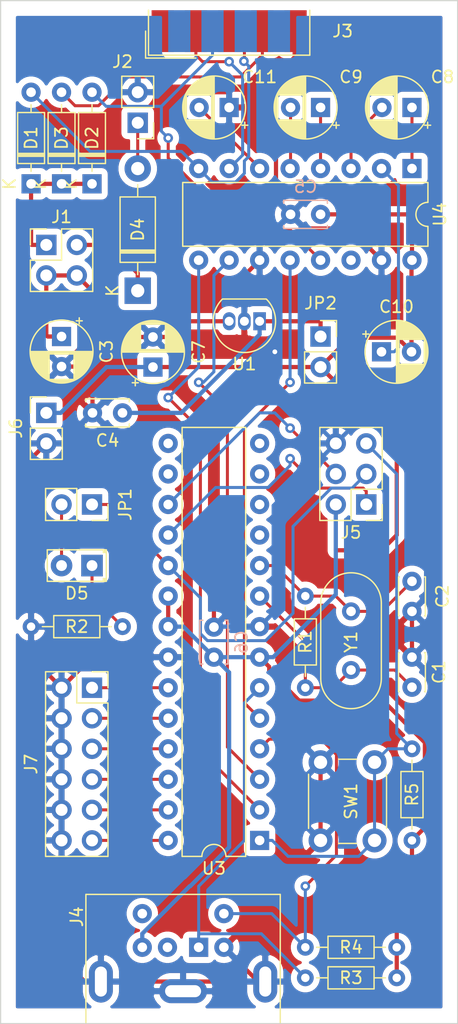
<source format=kicad_pcb>
(kicad_pcb (version 20171130) (host pcbnew 5.1.5+dfsg1-2)
  (layers (0 F.Cu signal hide) (31 B.Cu signal hide) (34 B.Paste user) (35 F.Paste user) (36 B.SilkS user) (37 F.SilkS user) (38 B.Mask user) (39 F.Mask user) (44 Edge.Cuts user))
  (net 0 "")
  (net 1 /XTAL1)
  (net 2 GND)
  (net 3 /XTAL2)
  (net 4 +12V)
  (net 5 "Net-(C4-Pad1)")
  (net 6 VCC)
  (net 7 "Net-(C8-Pad2)")
  (net 8 "Net-(C8-Pad1)")
  (net 9 "Net-(C9-Pad2)")
  (net 10 "Net-(C9-Pad1)")
  (net 11 "Net-(C10-Pad1)")
  (net 12 "Net-(C11-Pad2)")
  (net 13 /RS232-TX)
  (net 14 "Net-(D1-Pad1)")
  (net 15 /RS232-RTS)
  (net 16 /RS232-DTR)
  (net 17 "Net-(D4-Pad2)")
  (net 18 "Net-(D4-Pad1)")
  (net 19 "Net-(D5-Pad2)")
  (net 20 "Net-(D5-Pad1)")
  (net 21 /RS232-RX)
  (net 22 /PS2-CLOCK)
  (net 23 /PS2-DATA)
  (net 24 /RESET)
  (net 25 /MOSI)
  (net 26 /SCK)
  (net 27 /MISO)
  (net 28 "Net-(J7-Pad5)")
  (net 29 "Net-(J7-Pad3)")
  (net 30 "Net-(J7-Pad1)")
  (net 31 /TTL-CTS)
  (net 32 /TTL-TX)
  (net 33 /TTL-RX)
  (net 34 "Net-(J7-Pad11)")
  (net 35 "Net-(J7-Pad9)")
  (net 36 "Net-(J7-Pad7)")
  (module Connector_PinSocket_2.54mm:PinSocket_2x06_P2.54mm_Vertical (layer F.Cu) (at 182.88 121.92)
    (fp_text reference J7 (at -5.08 6.35 90) (layer F.SilkS))
    (fp_text value Extra)
    (pad 12 thru_hole oval (at -2.54 12.7) (size 1.7 1.7) (drill 1) (layers *.Cu *.Mask) (net 2 GND))
    (pad 11 thru_hole oval (at 0 12.7) (size 1.7 1.7) (drill 1) (layers *.Cu *.Mask) (net 34 "Net-(J7-Pad11)"))
    (pad 10 thru_hole oval (at -2.54 10.16) (size 1.7 1.7) (drill 1) (layers *.Cu *.Mask) (net 2 GND))
    (pad 9 thru_hole oval (at 0 10.16) (size 1.7 1.7) (drill 1) (layers *.Cu *.Mask) (net 35 "Net-(J7-Pad9)"))
    (pad 8 thru_hole oval (at -2.54 7.62) (size 1.7 1.7) (drill 1) (layers *.Cu *.Mask) (net 2 GND))
    (pad 7 thru_hole oval (at 0 7.62) (size 1.7 1.7) (drill 1) (layers *.Cu *.Mask) (net 36 "Net-(J7-Pad7)"))
    (pad 6 thru_hole oval (at -2.54 5.08) (size 1.7 1.7) (drill 1) (layers *.Cu *.Mask) (net 2 GND))
    (pad 5 thru_hole oval (at 0 5.08) (size 1.7 1.7) (drill 1) (layers *.Cu *.Mask) (net 28 "Net-(J7-Pad5)"))
    (pad 4 thru_hole oval (at -2.54 2.54) (size 1.7 1.7) (drill 1) (layers *.Cu *.Mask) (net 2 GND))
    (pad 3 thru_hole oval (at 0 2.54) (size 1.7 1.7) (drill 1) (layers *.Cu *.Mask) (net 29 "Net-(J7-Pad3)"))
    (pad 2 thru_hole oval (at -2.54 0) (size 1.7 1.7) (drill 1) (layers *.Cu *.Mask) (net 2 GND))
    (pad 1 thru_hole rect (at 0 0) (size 1.7 1.7) (drill 1) (layers *.Cu *.Mask) (net 30 "Net-(J7-Pad1)"))
  )
  (module Crystal:Crystal_HC49-U_Vertical (layer F.Cu) (at 204.47 115.57 270)
    (fp_text reference Y1 (at 2.54 0 90) (layer F.SilkS))
    (fp_text value 8.0Mhz)
    (pad 2 thru_hole circle (at 4.88 0 270) (size 1.5 1.5) (drill 0.8) (layers *.Cu *.Mask) (net 1 /XTAL1))
    (pad 1 thru_hole circle (at 0 0 270) (size 1.5 1.5) (drill 0.8) (layers *.Cu *.Mask) (net 3 /XTAL2))
  )
  (module Package_DIP:DIP-16_W7.62mm (layer F.Cu) (at 209.55 78.74 270)
    (fp_text reference U4 (at 3.81 -2.33 90) (layer F.SilkS))
    (fp_text value MAX232)
    (pad 16 thru_hole oval (at 7.62 0 270) (size 1.6 1.6) (drill 0.8) (layers *.Cu *.Mask) (net 6 VCC))
    (pad 8 thru_hole oval (at 0 17.78 270) (size 1.6 1.6) (drill 0.8) (layers *.Cu *.Mask) (net 13 /RS232-TX))
    (pad 15 thru_hole oval (at 7.62 2.54 270) (size 1.6 1.6) (drill 0.8) (layers *.Cu *.Mask) (net 2 GND))
    (pad 7 thru_hole oval (at 0 15.24 270) (size 1.6 1.6) (drill 0.8) (layers *.Cu *.Mask) (net 21 /RS232-RX))
    (pad 14 thru_hole oval (at 7.62 5.08 270) (size 1.6 1.6) (drill 0.8) (layers *.Cu *.Mask))
    (pad 6 thru_hole oval (at 0 12.7 270) (size 1.6 1.6) (drill 0.8) (layers *.Cu *.Mask) (net 12 "Net-(C11-Pad2)"))
    (pad 13 thru_hole oval (at 7.62 7.62 270) (size 1.6 1.6) (drill 0.8) (layers *.Cu *.Mask) (net 15 /RS232-RTS))
    (pad 5 thru_hole oval (at 0 10.16 270) (size 1.6 1.6) (drill 0.8) (layers *.Cu *.Mask) (net 9 "Net-(C9-Pad2)"))
    (pad 12 thru_hole oval (at 7.62 10.16 270) (size 1.6 1.6) (drill 0.8) (layers *.Cu *.Mask) (net 31 /TTL-CTS))
    (pad 4 thru_hole oval (at 0 7.62 270) (size 1.6 1.6) (drill 0.8) (layers *.Cu *.Mask) (net 10 "Net-(C9-Pad1)"))
    (pad 11 thru_hole oval (at 7.62 12.7 270) (size 1.6 1.6) (drill 0.8) (layers *.Cu *.Mask) (net 2 GND))
    (pad 3 thru_hole oval (at 0 5.08 270) (size 1.6 1.6) (drill 0.8) (layers *.Cu *.Mask) (net 7 "Net-(C8-Pad2)"))
    (pad 10 thru_hole oval (at 7.62 15.24 270) (size 1.6 1.6) (drill 0.8) (layers *.Cu *.Mask) (net 32 /TTL-TX))
    (pad 2 thru_hole oval (at 0 2.54 270) (size 1.6 1.6) (drill 0.8) (layers *.Cu *.Mask) (net 11 "Net-(C10-Pad1)"))
    (pad 9 thru_hole oval (at 7.62 17.78 270) (size 1.6 1.6) (drill 0.8) (layers *.Cu *.Mask) (net 33 /TTL-RX))
    (pad 1 thru_hole rect (at 0 0 270) (size 1.6 1.6) (drill 0.8) (layers *.Cu *.Mask) (net 8 "Net-(C8-Pad1)"))
  )
  (module Package_DIP:DIP-28_W7.62mm (layer F.Cu) (at 196.85 134.62 180)
    (fp_text reference U3 (at 3.81 -2.33) (layer F.SilkS))
    (fp_text value ATmega328P-PU)
    (pad 28 thru_hole oval (at 7.62 0 180) (size 1.6 1.6) (drill 0.8) (layers *.Cu *.Mask) (net 34 "Net-(J7-Pad11)"))
    (pad 14 thru_hole oval (at 0 33.02 180) (size 1.6 1.6) (drill 0.8) (layers *.Cu *.Mask))
    (pad 27 thru_hole oval (at 7.62 2.54 180) (size 1.6 1.6) (drill 0.8) (layers *.Cu *.Mask) (net 35 "Net-(J7-Pad9)"))
    (pad 13 thru_hole oval (at 0 30.48 180) (size 1.6 1.6) (drill 0.8) (layers *.Cu *.Mask))
    (pad 26 thru_hole oval (at 7.62 5.08 180) (size 1.6 1.6) (drill 0.8) (layers *.Cu *.Mask) (net 36 "Net-(J7-Pad7)"))
    (pad 12 thru_hole oval (at 0 27.94 180) (size 1.6 1.6) (drill 0.8) (layers *.Cu *.Mask))
    (pad 25 thru_hole oval (at 7.62 7.62 180) (size 1.6 1.6) (drill 0.8) (layers *.Cu *.Mask) (net 28 "Net-(J7-Pad5)"))
    (pad 11 thru_hole oval (at 0 25.4 180) (size 1.6 1.6) (drill 0.8) (layers *.Cu *.Mask))
    (pad 24 thru_hole oval (at 7.62 10.16 180) (size 1.6 1.6) (drill 0.8) (layers *.Cu *.Mask) (net 29 "Net-(J7-Pad3)"))
    (pad 10 thru_hole oval (at 0 22.86 180) (size 1.6 1.6) (drill 0.8) (layers *.Cu *.Mask) (net 3 /XTAL2))
    (pad 23 thru_hole oval (at 7.62 12.7 180) (size 1.6 1.6) (drill 0.8) (layers *.Cu *.Mask) (net 30 "Net-(J7-Pad1)"))
    (pad 9 thru_hole oval (at 0 20.32 180) (size 1.6 1.6) (drill 0.8) (layers *.Cu *.Mask) (net 1 /XTAL1))
    (pad 22 thru_hole oval (at 7.62 15.24 180) (size 1.6 1.6) (drill 0.8) (layers *.Cu *.Mask) (net 2 GND))
    (pad 8 thru_hole oval (at 0 17.78 180) (size 1.6 1.6) (drill 0.8) (layers *.Cu *.Mask) (net 2 GND))
    (pad 21 thru_hole oval (at 7.62 17.78 180) (size 1.6 1.6) (drill 0.8) (layers *.Cu *.Mask) (net 6 VCC))
    (pad 7 thru_hole oval (at 0 15.24 180) (size 1.6 1.6) (drill 0.8) (layers *.Cu *.Mask) (net 6 VCC))
    (pad 20 thru_hole oval (at 7.62 20.32 180) (size 1.6 1.6) (drill 0.8) (layers *.Cu *.Mask) (net 6 VCC))
    (pad 6 thru_hole oval (at 0 12.7 180) (size 1.6 1.6) (drill 0.8) (layers *.Cu *.Mask) (net 23 /PS2-DATA))
    (pad 19 thru_hole oval (at 7.62 22.86 180) (size 1.6 1.6) (drill 0.8) (layers *.Cu *.Mask) (net 26 /SCK))
    (pad 5 thru_hole oval (at 0 10.16 180) (size 1.6 1.6) (drill 0.8) (layers *.Cu *.Mask) (net 31 /TTL-CTS))
    (pad 18 thru_hole oval (at 7.62 25.4 180) (size 1.6 1.6) (drill 0.8) (layers *.Cu *.Mask) (net 27 /MISO))
    (pad 4 thru_hole oval (at 0 7.62 180) (size 1.6 1.6) (drill 0.8) (layers *.Cu *.Mask) (net 22 /PS2-CLOCK))
    (pad 17 thru_hole oval (at 7.62 27.94 180) (size 1.6 1.6) (drill 0.8) (layers *.Cu *.Mask) (net 25 /MOSI))
    (pad 3 thru_hole oval (at 0 5.08 180) (size 1.6 1.6) (drill 0.8) (layers *.Cu *.Mask) (net 32 /TTL-TX))
    (pad 16 thru_hole oval (at 7.62 30.48 180) (size 1.6 1.6) (drill 0.8) (layers *.Cu *.Mask))
    (pad 2 thru_hole oval (at 0 2.54 180) (size 1.6 1.6) (drill 0.8) (layers *.Cu *.Mask) (net 33 /TTL-RX))
    (pad 15 thru_hole oval (at 7.62 33.02 180) (size 1.6 1.6) (drill 0.8) (layers *.Cu *.Mask))
    (pad 1 thru_hole rect (at 0 0 180) (size 1.6 1.6) (drill 0.8) (layers *.Cu *.Mask) (net 24 /RESET))
  )
  (module Package_TO_SOT_THT:TO-92_Inline (layer F.Cu) (at 196.85 91.44 180)
    (fp_text reference U1 (at 1.27 -3.56) (layer F.SilkS))
    (fp_text value L78L05_TO92)
    (pad 1 thru_hole rect (at 0 0 180) (size 1.05 1.5) (drill 0.75) (layers *.Cu *.Mask) (net 5 "Net-(C4-Pad1)"))
    (pad 3 thru_hole oval (at 2.54 0 180) (size 1.05 1.5) (drill 0.75) (layers *.Cu *.Mask) (net 4 +12V))
    (pad 2 thru_hole oval (at 1.27 0 180) (size 1.05 1.5) (drill 0.75) (layers *.Cu *.Mask) (net 2 GND))
  )
  (module Button_Switch_THT:SW_PUSH_6mm (layer F.Cu) (at 201.93 134.62 90)
    (fp_text reference SW1 (at 3.25 2.54 90) (layer F.SilkS))
    (fp_text value Reset)
    (pad 1 thru_hole circle (at 6.5 0 180) (size 2 2) (drill 1.1) (layers *.Cu *.Mask) (net 2 GND))
    (pad 2 thru_hole circle (at 6.5 4.5 180) (size 2 2) (drill 1.1) (layers *.Cu *.Mask) (net 24 /RESET))
    (pad 1 thru_hole circle (at 0 0 180) (size 2 2) (drill 1.1) (layers *.Cu *.Mask) (net 2 GND))
    (pad 2 thru_hole circle (at 0 4.5 180) (size 2 2) (drill 1.1) (layers *.Cu *.Mask) (net 24 /RESET))
  )
  (module Resistor_THT:R_Axial_DIN0204_L3.6mm_D1.6mm_P7.62mm_Horizontal (layer F.Cu) (at 209.55 127 270)
    (fp_text reference R5 (at 3.81 0 90) (layer F.SilkS))
    (fp_text value 10K)
    (pad 2 thru_hole oval (at 7.62 0 270) (size 1.4 1.4) (drill 0.7) (layers *.Cu *.Mask) (net 6 VCC))
    (pad 1 thru_hole circle (at 0 0 270) (size 1.4 1.4) (drill 0.7) (layers *.Cu *.Mask) (net 24 /RESET))
  )
  (module Resistor_THT:R_Axial_DIN0204_L3.6mm_D1.6mm_P7.62mm_Horizontal (layer F.Cu) (at 208.28 143.51 180)
    (fp_text reference R4 (at 3.81 0) (layer F.SilkS))
    (fp_text value 5K)
    (pad 2 thru_hole oval (at 7.62 0 180) (size 1.4 1.4) (drill 0.7) (layers *.Cu *.Mask) (net 22 /PS2-CLOCK))
    (pad 1 thru_hole circle (at 0 0 180) (size 1.4 1.4) (drill 0.7) (layers *.Cu *.Mask) (net 6 VCC))
  )
  (module Resistor_THT:R_Axial_DIN0204_L3.6mm_D1.6mm_P7.62mm_Horizontal (layer F.Cu) (at 208.28 146.05 180)
    (fp_text reference R3 (at 3.81 0) (layer F.SilkS))
    (fp_text value 5K)
    (pad 2 thru_hole oval (at 7.62 0 180) (size 1.4 1.4) (drill 0.7) (layers *.Cu *.Mask) (net 23 /PS2-DATA))
    (pad 1 thru_hole circle (at 0 0 180) (size 1.4 1.4) (drill 0.7) (layers *.Cu *.Mask) (net 6 VCC))
  )
  (module Resistor_THT:R_Axial_DIN0204_L3.6mm_D1.6mm_P7.62mm_Horizontal (layer F.Cu) (at 185.42 116.84 180)
    (fp_text reference R2 (at 3.81 0) (layer F.SilkS))
    (fp_text value 470)
    (pad 2 thru_hole oval (at 7.62 0 180) (size 1.4 1.4) (drill 0.7) (layers *.Cu *.Mask) (net 2 GND))
    (pad 1 thru_hole circle (at 0 0 180) (size 1.4 1.4) (drill 0.7) (layers *.Cu *.Mask) (net 20 "Net-(D5-Pad1)"))
  )
  (module Resistor_THT:R_Axial_DIN0204_L3.6mm_D1.6mm_P7.62mm_Horizontal (layer F.Cu) (at 200.66 121.92 90)
    (fp_text reference R1 (at 3.81 0 90) (layer F.SilkS))
    (fp_text value 1M)
    (pad 2 thru_hole oval (at 7.62 0 90) (size 1.4 1.4) (drill 0.7) (layers *.Cu *.Mask) (net 3 /XTAL2))
    (pad 1 thru_hole circle (at 0 0 90) (size 1.4 1.4) (drill 0.7) (layers *.Cu *.Mask) (net 1 /XTAL1))
  )
  (module Connector_PinSocket_2.54mm:PinSocket_1x02_P2.54mm_Vertical (layer F.Cu) (at 201.93 92.71)
    (fp_text reference JP2 (at 0 -2.77) (layer F.SilkS))
    (fp_text value "5V Internal")
    (pad 2 thru_hole oval (at 0 2.54) (size 1.7 1.7) (drill 1) (layers *.Cu *.Mask) (net 6 VCC))
    (pad 1 thru_hole rect (at 0 0) (size 1.7 1.7) (drill 1) (layers *.Cu *.Mask) (net 5 "Net-(C4-Pad1)"))
  )
  (module Connector_PinSocket_2.54mm:PinSocket_1x02_P2.54mm_Vertical (layer F.Cu) (at 182.88 106.68 270)
    (fp_text reference JP1 (at 0 -2.77 90) (layer F.SilkS))
    (fp_text value "Btldr LED ENA")
    (pad 2 thru_hole oval (at 0 2.54 270) (size 1.7 1.7) (drill 1) (layers *.Cu *.Mask) (net 19 "Net-(D5-Pad2)"))
    (pad 1 thru_hole rect (at 0 0 270) (size 1.7 1.7) (drill 1) (layers *.Cu *.Mask) (net 26 /SCK))
  )
  (module Connector_PinHeader_2.54mm:PinHeader_1x02_P2.54mm_Vertical (layer F.Cu) (at 179.07 99.06)
    (fp_text reference J6 (at -2.54 1.27 90) (layer F.SilkS))
    (fp_text value "External 5V")
    (pad 2 thru_hole oval (at 0 2.54) (size 1.7 1.7) (drill 1) (layers *.Cu *.Mask) (net 2 GND))
    (pad 1 thru_hole rect (at 0 0) (size 1.7 1.7) (drill 1) (layers *.Cu *.Mask) (net 6 VCC))
  )
  (module Connector_PinHeader_2.54mm:PinHeader_2x03_P2.54mm_Vertical (layer F.Cu) (at 205.74 106.68 180)
    (fp_text reference J5 (at 1.27 -2.33) (layer F.SilkS))
    (fp_text value AVR-ISP-6)
    (pad 6 thru_hole oval (at 2.54 5.08 180) (size 1.7 1.7) (drill 1) (layers *.Cu *.Mask) (net 2 GND))
    (pad 5 thru_hole oval (at 0 5.08 180) (size 1.7 1.7) (drill 1) (layers *.Cu *.Mask) (net 24 /RESET))
    (pad 4 thru_hole oval (at 2.54 2.54 180) (size 1.7 1.7) (drill 1) (layers *.Cu *.Mask) (net 25 /MOSI))
    (pad 3 thru_hole oval (at 0 2.54 180) (size 1.7 1.7) (drill 1) (layers *.Cu *.Mask) (net 26 /SCK))
    (pad 2 thru_hole oval (at 2.54 0 180) (size 1.7 1.7) (drill 1) (layers *.Cu *.Mask) (net 6 VCC))
    (pad 1 thru_hole rect (at 0 0 180) (size 1.7 1.7) (drill 1) (layers *.Cu *.Mask) (net 27 /MISO))
  )
  (module 4x1md_footprints:Connector_Mini-DIN_Female_6Pin_2rows (layer F.Cu) (at 191.77 143.51)
    (fp_text reference J4 (at -10.16 -2.54 90) (layer F.SilkS))
    (fp_text value "PS/2 Mouse")
    (pad 7 thru_hole oval (at -1.3 3.65) (size 4 2) (drill oval 3 1) (layers *.Cu *.Mask) (net 2 GND))
    (pad 6 thru_hole circle (at -4.7 -2.8) (size 1.6 1.6) (drill 0.8) (layers *.Cu *.Mask))
    (pad 5 thru_hole circle (at 2.1 -2.8) (size 1.6 1.6) (drill 0.8) (layers *.Cu *.Mask) (net 22 /PS2-CLOCK))
    (pad 4 thru_hole circle (at -4.7 0) (size 1.6 1.6) (drill 0.8) (layers *.Cu *.Mask) (net 6 VCC))
    (pad 3 thru_hole circle (at 2.1 0) (size 1.6 1.6) (drill 0.8) (layers *.Cu *.Mask) (net 2 GND))
    (pad 2 thru_hole circle (at -2.6 0) (size 1.6 1.6) (drill 0.8) (layers *.Cu *.Mask))
    (pad 1 thru_hole rect (at 0 0) (size 1.6 1.6) (drill 0.8) (layers *.Cu *.Mask) (net 23 /PS2-DATA))
    (pad 7 thru_hole oval (at 5.55 2.85) (size 2 3.5) (drill oval 1 2.5) (layers *.Cu *.Mask) (net 2 GND))
    (pad 7 thru_hole oval (at -8.15 2.85) (size 2 3.5) (drill oval 1 2.5) (layers *.Cu *.Mask) (net 2 GND))
  )
  (module Connector_Dsub:DSUB-9_Female_EdgeMount_P2.77mm (layer F.Cu) (at 194.31 67.31 180)
    (fp_text reference J3 (at -9.463333 0) (layer F.SilkS))
    (fp_text value "RS232 Port")
    (pad 9 smd rect (at -4.155 0 180) (size 1.846667 3.48) (layers B.Cu B.Paste B.Mask))
    (pad 8 smd rect (at -1.385 0 180) (size 1.846667 3.48) (layers B.Cu B.Paste B.Mask))
    (pad 7 smd rect (at 1.385 0 180) (size 1.846667 3.48) (layers B.Cu B.Paste B.Mask) (net 15 /RS232-RTS))
    (pad 6 smd rect (at 4.155 0 180) (size 1.846667 3.48) (layers B.Cu B.Paste B.Mask))
    (pad 5 smd rect (at -5.54 0 180) (size 1.846667 3.48) (layers F.Cu F.Paste F.Mask) (net 2 GND))
    (pad 4 smd rect (at -2.77 0 180) (size 1.846667 3.48) (layers F.Cu F.Paste F.Mask) (net 16 /RS232-DTR))
    (pad 3 smd rect (at 0 0 180) (size 1.846667 3.48) (layers F.Cu F.Paste F.Mask) (net 13 /RS232-TX))
    (pad 2 smd rect (at 2.77 0 180) (size 1.846667 3.48) (layers F.Cu F.Paste F.Mask) (net 21 /RS232-RX))
    (pad 1 smd rect (at 5.54 0 180) (size 1.846667 3.48) (layers F.Cu F.Paste F.Mask))
  )
  (module Connector_PinHeader_2.54mm:PinHeader_1x02_P2.54mm_Vertical (layer F.Cu) (at 186.69 74.93 180)
    (fp_text reference J2 (at 1.27 5.08) (layer F.SilkS))
    (fp_text value "External 12V")
    (pad 2 thru_hole oval (at 0 2.54 180) (size 1.7 1.7) (drill 1) (layers *.Cu *.Mask) (net 2 GND))
    (pad 1 thru_hole rect (at 0 0 180) (size 1.7 1.7) (drill 1) (layers *.Cu *.Mask) (net 17 "Net-(D4-Pad2)"))
  )
  (module Connector_PinHeader_2.54mm:PinHeader_2x02_P2.54mm_Vertical (layer F.Cu) (at 179.07 85.09)
    (fp_text reference J1 (at 1.27 -2.33) (layer F.SilkS))
    (fp_text value "12V Selector")
    (pad 4 thru_hole oval (at 2.54 2.54) (size 1.7 1.7) (drill 1) (layers *.Cu *.Mask) (net 4 +12V))
    (pad 3 thru_hole oval (at 0 2.54) (size 1.7 1.7) (drill 1) (layers *.Cu *.Mask) (net 4 +12V))
    (pad 2 thru_hole oval (at 2.54 0) (size 1.7 1.7) (drill 1) (layers *.Cu *.Mask) (net 18 "Net-(D4-Pad1)"))
    (pad 1 thru_hole rect (at 0 0) (size 1.7 1.7) (drill 1) (layers *.Cu *.Mask) (net 14 "Net-(D1-Pad1)"))
  )
  (module LED_THT:LED_D2.0mm_W4.8mm_H2.5mm_FlatTop (layer F.Cu) (at 182.88 111.76 180)
    (fp_text reference D5 (at 1.27 -2.31) (layer F.SilkS))
    (fp_text value LED)
    (pad 2 thru_hole circle (at 2.54 0 180) (size 1.8 1.8) (drill 0.9) (layers *.Cu *.Mask) (net 19 "Net-(D5-Pad2)"))
    (pad 1 thru_hole rect (at 0 0 180) (size 1.8 1.8) (drill 0.9) (layers *.Cu *.Mask) (net 20 "Net-(D5-Pad1)"))
  )
  (module Diode_THT:D_DO-41_SOD81_P10.16mm_Horizontal (layer F.Cu) (at 186.69 88.9 90)
    (fp_text reference D4 (at 5.08 0 90) (layer F.SilkS))
    (fp_text value 1N4001)
    (fp_text user K (at 0 -2.1 90) (layer F.SilkS))
    (pad 2 thru_hole oval (at 10.16 0 90) (size 2.2 2.2) (drill 1.1) (layers *.Cu *.Mask) (net 17 "Net-(D4-Pad2)"))
    (pad 1 thru_hole rect (at 0 0 90) (size 2.2 2.2) (drill 1.1) (layers *.Cu *.Mask) (net 18 "Net-(D4-Pad1)"))
  )
  (module Diode_THT:D_DO-35_SOD27_P7.62mm_Horizontal (layer F.Cu) (at 180.34 80.01 90)
    (fp_text reference D3 (at 3.81 0 90) (layer F.SilkS))
    (fp_text value 1N4148)
    (fp_text user K (at 0 -1.8 90) (layer F.SilkS))
    (pad 2 thru_hole oval (at 7.62 0 90) (size 1.6 1.6) (drill 0.8) (layers *.Cu *.Mask) (net 16 /RS232-DTR))
    (pad 1 thru_hole rect (at 0 0 90) (size 1.6 1.6) (drill 0.8) (layers *.Cu *.Mask) (net 14 "Net-(D1-Pad1)"))
  )
  (module Diode_THT:D_DO-35_SOD27_P7.62mm_Horizontal (layer F.Cu) (at 182.88 80.01 90)
    (fp_text reference D2 (at 3.81 0 90) (layer F.SilkS))
    (fp_text value 1N4148)
    (fp_text user K (at 0 -1.8 90) (layer F.SilkS))
    (pad 2 thru_hole oval (at 7.62 0 90) (size 1.6 1.6) (drill 0.8) (layers *.Cu *.Mask) (net 15 /RS232-RTS))
    (pad 1 thru_hole rect (at 0 0 90) (size 1.6 1.6) (drill 0.8) (layers *.Cu *.Mask) (net 14 "Net-(D1-Pad1)"))
  )
  (module Diode_THT:D_DO-35_SOD27_P7.62mm_Horizontal (layer F.Cu) (at 177.8 80.01 90)
    (fp_text reference D1 (at 3.81 0 90) (layer F.SilkS))
    (fp_text value 1N4148)
    (fp_text user K (at 0 -1.8 90) (layer F.SilkS))
    (pad 2 thru_hole oval (at 7.62 0 90) (size 1.6 1.6) (drill 0.8) (layers *.Cu *.Mask) (net 13 /RS232-TX))
    (pad 1 thru_hole rect (at 0 0 90) (size 1.6 1.6) (drill 0.8) (layers *.Cu *.Mask) (net 14 "Net-(D1-Pad1)"))
  )
  (module Capacitor_THT:CP_Radial_D5.0mm_P2.50mm (layer F.Cu) (at 194.31 73.66 180)
    (fp_text reference C11 (at -2.54 2.54) (layer F.SilkS))
    (fp_text value 1.0uF)
    (pad 2 thru_hole circle (at 2.5 0 180) (size 1.6 1.6) (drill 0.8) (layers *.Cu *.Mask) (net 12 "Net-(C11-Pad2)"))
    (pad 1 thru_hole rect (at 0 0 180) (size 1.6 1.6) (drill 0.8) (layers *.Cu *.Mask) (net 2 GND))
  )
  (module Capacitor_THT:CP_Radial_D5.0mm_P2.50mm (layer F.Cu) (at 207.01 93.98)
    (fp_text reference C10 (at 1.25 -3.75) (layer F.SilkS))
    (fp_text value 1.0uF)
    (pad 2 thru_hole circle (at 2.5 0) (size 1.6 1.6) (drill 0.8) (layers *.Cu *.Mask) (net 6 VCC))
    (pad 1 thru_hole rect (at 0 0) (size 1.6 1.6) (drill 0.8) (layers *.Cu *.Mask) (net 11 "Net-(C10-Pad1)"))
  )
  (module Capacitor_THT:CP_Radial_D5.0mm_P2.50mm (layer F.Cu) (at 201.93 73.66 180)
    (fp_text reference C9 (at -2.54 2.54) (layer F.SilkS))
    (fp_text value 1.0uF)
    (pad 2 thru_hole circle (at 2.5 0 180) (size 1.6 1.6) (drill 0.8) (layers *.Cu *.Mask) (net 9 "Net-(C9-Pad2)"))
    (pad 1 thru_hole rect (at 0 0 180) (size 1.6 1.6) (drill 0.8) (layers *.Cu *.Mask) (net 10 "Net-(C9-Pad1)"))
  )
  (module Capacitor_THT:CP_Radial_D5.0mm_P2.50mm (layer F.Cu) (at 209.55 73.66 180)
    (fp_text reference C8 (at -2.54 2.54) (layer F.SilkS))
    (fp_text value 1.0uF)
    (pad 2 thru_hole circle (at 2.5 0 180) (size 1.6 1.6) (drill 0.8) (layers *.Cu *.Mask) (net 7 "Net-(C8-Pad2)"))
    (pad 1 thru_hole rect (at 0 0 180) (size 1.6 1.6) (drill 0.8) (layers *.Cu *.Mask) (net 8 "Net-(C8-Pad1)"))
  )
  (module Capacitor_THT:CP_Radial_D5.0mm_P2.50mm (layer F.Cu) (at 187.96 95.25 90)
    (fp_text reference C7 (at 1.25 3.81 90) (layer F.SilkS))
    (fp_text value 1.0uF)
    (pad 2 thru_hole circle (at 2.5 0 90) (size 1.6 1.6) (drill 0.8) (layers *.Cu *.Mask) (net 2 GND))
    (pad 1 thru_hole rect (at 0 0 90) (size 1.6 1.6) (drill 0.8) (layers *.Cu *.Mask) (net 6 VCC))
  )
  (module Capacitor_THT:C_Disc_D3.4mm_W2.1mm_P2.50mm (layer B.Cu) (at 193.04 119.38 90)
    (fp_text reference C6 (at 1.25 2.3 90) (layer B.SilkS) (effects (justify mirror)))
    (fp_text value 100nF)
    (pad 2 thru_hole circle (at 2.5 0 90) (size 1.6 1.6) (drill 0.8) (layers *.Cu *.Mask) (net 2 GND))
    (pad 1 thru_hole circle (at 0 0 90) (size 1.6 1.6) (drill 0.8) (layers *.Cu *.Mask) (net 6 VCC))
  )
  (module Capacitor_THT:C_Disc_D3.4mm_W2.1mm_P2.50mm (layer B.Cu) (at 201.93 82.55 180)
    (fp_text reference C5 (at 1.25 2.3 180) (layer B.SilkS) (effects (justify mirror)))
    (fp_text value 100nF)
    (pad 2 thru_hole circle (at 2.5 0 180) (size 1.6 1.6) (drill 0.8) (layers *.Cu *.Mask) (net 2 GND))
    (pad 1 thru_hole circle (at 0 0 180) (size 1.6 1.6) (drill 0.8) (layers *.Cu *.Mask) (net 6 VCC))
  )
  (module Capacitor_THT:C_Disc_D3.4mm_W2.1mm_P2.50mm (layer F.Cu) (at 185.42 99.06 180)
    (fp_text reference C4 (at 1.25 -2.3) (layer F.SilkS))
    (fp_text value 10nF)
    (pad 2 thru_hole circle (at 2.5 0 180) (size 1.6 1.6) (drill 0.8) (layers *.Cu *.Mask) (net 2 GND))
    (pad 1 thru_hole circle (at 0 0 180) (size 1.6 1.6) (drill 0.8) (layers *.Cu *.Mask) (net 5 "Net-(C4-Pad1)"))
  )
  (module Capacitor_THT:CP_Radial_D5.0mm_P2.50mm (layer F.Cu) (at 180.34 92.71 270)
    (fp_text reference C3 (at 1.25 -3.75 90) (layer F.SilkS))
    (fp_text value 1.0uF)
    (pad 2 thru_hole circle (at 2.5 0 270) (size 1.6 1.6) (drill 0.8) (layers *.Cu *.Mask) (net 2 GND))
    (pad 1 thru_hole rect (at 0 0 270) (size 1.6 1.6) (drill 0.8) (layers *.Cu *.Mask) (net 4 +12V))
  )
  (module Capacitor_THT:C_Disc_D3.0mm_W2.0mm_P2.50mm (layer F.Cu) (at 209.55 115.57 90)
    (fp_text reference C2 (at 1.25 2.54 90) (layer F.SilkS))
    (fp_text value 22pF)
    (pad 2 thru_hole circle (at 2.5 0 90) (size 1.6 1.6) (drill 0.8) (layers *.Cu *.Mask) (net 3 /XTAL2))
    (pad 1 thru_hole circle (at 0 0 90) (size 1.6 1.6) (drill 0.8) (layers *.Cu *.Mask) (net 2 GND))
  )
  (module Capacitor_THT:C_Disc_D3.0mm_W2.0mm_P2.50mm (layer F.Cu) (at 209.55 119.38 270)
    (fp_text reference C1 (at 1.25 -2.25 90) (layer F.SilkS))
    (fp_text value 22pF)
    (pad 2 thru_hole circle (at 2.5 0 270) (size 1.6 1.6) (drill 0.8) (layers *.Cu *.Mask) (net 1 /XTAL1))
    (pad 1 thru_hole circle (at 0 0 270) (size 1.6 1.6) (drill 0.8) (layers *.Cu *.Mask) (net 2 GND))
  )
  (gr_line (start 175.26 149.86) (end 175.26 64.77) (layer Edge.Cuts) (width 0.1))
  (gr_line (start 213.36 149.86) (end 175.26 149.86) (layer Edge.Cuts) (width 0.1))
  (gr_line (start 213.36 64.77) (end 213.36 149.86) (layer Edge.Cuts) (width 0.1))
  (gr_line (start 175.26 64.77) (end 213.36 64.77) (layer Edge.Cuts) (width 0.1))
  (segment (start 200.66 118.11) (end 196.85 114.3) (width 0.25) (layer F.Cu) (net 1))
  (segment (start 200.66 121.92) (end 200.66 118.11) (width 0.25) (layer F.Cu) (net 1))
  (segment (start 203 121.92) (end 204.47 120.45) (width 0.25) (layer F.Cu) (net 1))
  (segment (start 200.66 121.92) (end 203 121.92) (width 0.25) (layer F.Cu) (net 1))
  (segment (start 208.12 120.45) (end 209.55 121.88) (width 0.25) (layer F.Cu) (net 1))
  (segment (start 204.47 120.45) (end 208.12 120.45) (width 0.25) (layer F.Cu) (net 1))
  (segment (start 199.85 69.4) (end 199.85 67.31) (width 0.35) (layer F.Cu) (net 2))
  (segment (start 195.59 73.66) (end 199.85 69.4) (width 0.35) (layer F.Cu) (net 2))
  (segment (start 194.31 73.66) (end 195.59 73.66) (width 0.35) (layer F.Cu) (net 2))
  (segment (start 194.31 72.51) (end 194.31 73.66) (width 0.35) (layer F.Cu) (net 2))
  (segment (start 194.19 72.39) (end 194.31 72.51) (width 0.35) (layer F.Cu) (net 2))
  (segment (start 186.69 72.39) (end 194.19 72.39) (width 0.35) (layer F.Cu) (net 2))
  (segment (start 198.630001 81.750001) (end 199.43 82.55) (width 0.35) (layer F.Cu) (net 2))
  (segment (start 198.214999 81.334999) (end 198.630001 81.750001) (width 0.35) (layer F.Cu) (net 2))
  (segment (start 198.214999 76.953999) (end 198.214999 81.334999) (width 0.35) (layer F.Cu) (net 2))
  (segment (start 195.59 74.329) (end 198.214999 76.953999) (width 0.35) (layer F.Cu) (net 2))
  (segment (start 195.59 73.66) (end 195.59 74.329) (width 0.35) (layer F.Cu) (net 2))
  (segment (start 200.229999 83.349999) (end 199.43 82.55) (width 0.35) (layer F.Cu) (net 2))
  (segment (start 200.605001 83.725001) (end 200.229999 83.349999) (width 0.35) (layer F.Cu) (net 2))
  (segment (start 204.375001 83.725001) (end 200.605001 83.725001) (width 0.35) (layer F.Cu) (net 2))
  (segment (start 207.01 86.36) (end 204.375001 83.725001) (width 0.35) (layer F.Cu) (net 2))
  (segment (start 196.85 85.13) (end 199.43 82.55) (width 0.35) (layer B.Cu) (net 2))
  (segment (start 196.85 86.36) (end 196.85 85.13) (width 0.35) (layer B.Cu) (net 2))
  (segment (start 195.58 87.63) (end 196.85 86.36) (width 0.35) (layer F.Cu) (net 2))
  (segment (start 195.58 91.44) (end 195.58 87.63) (width 0.35) (layer F.Cu) (net 2))
  (segment (start 195.58 92.54) (end 197.02 93.98) (width 0.35) (layer F.Cu) (net 2))
  (via (at 198.12 93.98) (size 0.8) (drill 0.4) (layers F.Cu B.Cu) (net 2))
  (segment (start 197.02 93.98) (end 198.12 93.98) (width 0.35) (layer F.Cu) (net 2))
  (segment (start 198.12 96.52) (end 203.2 101.6) (width 0.35) (layer B.Cu) (net 2))
  (segment (start 198.12 93.98) (end 198.12 96.52) (width 0.35) (layer B.Cu) (net 2))
  (segment (start 209.55 115.57) (end 209.55 119.38) (width 0.35) (layer F.Cu) (net 2))
  (segment (start 210.725001 114.394999) (end 210.725001 102.775001) (width 0.35) (layer B.Cu) (net 2))
  (segment (start 209.55 115.57) (end 210.725001 114.394999) (width 0.35) (layer B.Cu) (net 2))
  (segment (start 210.725001 102.775001) (end 207.01 99.06) (width 0.35) (layer B.Cu) (net 2))
  (segment (start 205.74 99.06) (end 203.2 101.6) (width 0.35) (layer B.Cu) (net 2))
  (segment (start 207.01 99.06) (end 205.74 99.06) (width 0.35) (layer B.Cu) (net 2))
  (segment (start 195.37 92.75) (end 195.58 92.54) (width 0.35) (layer F.Cu) (net 2))
  (segment (start 195.58 92.54) (end 195.58 91.44) (width 0.35) (layer F.Cu) (net 2))
  (segment (start 187.96 92.75) (end 195.37 92.75) (width 0.35) (layer F.Cu) (net 2))
  (segment (start 182.8 92.75) (end 180.34 95.21) (width 0.35) (layer F.Cu) (net 2))
  (segment (start 187.96 92.75) (end 182.8 92.75) (width 0.35) (layer F.Cu) (net 2))
  (segment (start 180.34 95.21) (end 181.57 95.21) (width 0.35) (layer F.Cu) (net 2))
  (segment (start 182.92 96.56) (end 182.92 99.06) (width 0.35) (layer F.Cu) (net 2))
  (segment (start 181.57 95.21) (end 182.92 96.56) (width 0.35) (layer F.Cu) (net 2))
  (segment (start 180.38 101.6) (end 182.92 99.06) (width 0.35) (layer F.Cu) (net 2))
  (segment (start 179.07 101.6) (end 180.38 101.6) (width 0.35) (layer F.Cu) (net 2))
  (segment (start 177.8 119.38) (end 180.34 121.92) (width 0.35) (layer F.Cu) (net 2))
  (segment (start 177.8 116.84) (end 177.8 119.38) (width 0.35) (layer F.Cu) (net 2))
  (segment (start 180.34 121.92) (end 180.34 124.46) (width 0.35) (layer F.Cu) (net 2))
  (segment (start 180.34 124.46) (end 180.34 127) (width 0.35) (layer F.Cu) (net 2))
  (segment (start 180.34 127) (end 180.34 129.54) (width 0.35) (layer F.Cu) (net 2))
  (segment (start 180.34 129.54) (end 180.34 132.08) (width 0.35) (layer F.Cu) (net 2))
  (segment (start 180.34 132.08) (end 180.34 134.62) (width 0.35) (layer F.Cu) (net 2))
  (segment (start 182.88 119.38) (end 180.34 121.92) (width 0.35) (layer F.Cu) (net 2))
  (segment (start 189.23 119.38) (end 182.88 119.38) (width 0.35) (layer F.Cu) (net 2))
  (segment (start 193.08 116.84) (end 193.04 116.88) (width 0.35) (layer B.Cu) (net 2))
  (segment (start 196.85 116.84) (end 193.08 116.84) (width 0.35) (layer B.Cu) (net 2))
  (segment (start 202.350001 102.449999) (end 203.2 101.6) (width 0.35) (layer B.Cu) (net 2))
  (segment (start 198.025001 106.774999) (end 202.350001 102.449999) (width 0.35) (layer B.Cu) (net 2))
  (segment (start 198.025001 115.664999) (end 198.025001 106.774999) (width 0.35) (layer B.Cu) (net 2))
  (segment (start 196.85 116.84) (end 198.025001 115.664999) (width 0.35) (layer B.Cu) (net 2))
  (segment (start 183.719999 98.260001) (end 182.92 99.06) (width 0.35) (layer F.Cu) (net 2))
  (segment (start 184.965001 97.014999) (end 183.719999 98.260001) (width 0.35) (layer F.Cu) (net 2))
  (segment (start 189.602001 97.014999) (end 184.965001 97.014999) (width 0.35) (layer F.Cu) (net 2))
  (segment (start 193.04 100.452998) (end 189.602001 97.014999) (width 0.35) (layer F.Cu) (net 2))
  (segment (start 193.04 116.88) (end 193.04 100.452998) (width 0.35) (layer F.Cu) (net 2))
  (segment (start 177.8 102.87) (end 179.07 101.6) (width 0.35) (layer F.Cu) (net 2))
  (segment (start 177.8 116.84) (end 177.8 102.87) (width 0.35) (layer F.Cu) (net 2))
  (segment (start 182.27 146.36) (end 183.62 146.36) (width 0.35) (layer F.Cu) (net 2))
  (segment (start 180.34 144.43) (end 182.27 146.36) (width 0.35) (layer F.Cu) (net 2))
  (segment (start 180.34 134.62) (end 180.34 144.43) (width 0.35) (layer F.Cu) (net 2))
  (segment (start 189.67 146.36) (end 190.47 147.16) (width 0.35) (layer F.Cu) (net 2))
  (segment (start 183.62 146.36) (end 189.67 146.36) (width 0.35) (layer F.Cu) (net 2))
  (segment (start 191.27 146.36) (end 190.47 147.16) (width 0.35) (layer F.Cu) (net 2))
  (segment (start 197.32 146.36) (end 191.27 146.36) (width 0.35) (layer F.Cu) (net 2))
  (segment (start 196.72 146.36) (end 197.32 146.36) (width 0.35) (layer F.Cu) (net 2))
  (segment (start 193.87 143.51) (end 196.72 146.36) (width 0.35) (layer F.Cu) (net 2))
  (segment (start 197.32 139.23) (end 201.93 134.62) (width 0.35) (layer F.Cu) (net 2))
  (segment (start 197.32 146.36) (end 197.32 139.23) (width 0.35) (layer F.Cu) (net 2))
  (segment (start 201.93 134.62) (end 201.93 128.12) (width 0.35) (layer F.Cu) (net 2))
  (segment (start 198.12 111.76) (end 200.66 114.3) (width 0.25) (layer F.Cu) (net 3))
  (segment (start 196.85 111.76) (end 198.12 111.76) (width 0.25) (layer F.Cu) (net 3))
  (segment (start 203.2 114.3) (end 204.47 115.57) (width 0.25) (layer F.Cu) (net 3))
  (segment (start 200.66 114.3) (end 203.2 114.3) (width 0.25) (layer F.Cu) (net 3))
  (segment (start 207.05 115.57) (end 209.55 113.07) (width 0.25) (layer F.Cu) (net 3))
  (segment (start 204.47 115.57) (end 207.05 115.57) (width 0.25) (layer F.Cu) (net 3))
  (segment (start 181.61 87.63) (end 179.07 87.63) (width 0.35) (layer F.Cu) (net 4))
  (segment (start 179.19 92.71) (end 180.34 92.71) (width 0.35) (layer F.Cu) (net 4))
  (segment (start 179.07 92.59) (end 179.19 92.71) (width 0.35) (layer F.Cu) (net 4))
  (segment (start 179.07 87.63) (end 179.07 92.59) (width 0.35) (layer F.Cu) (net 4))
  (segment (start 185.42 91.44) (end 194.31 91.44) (width 0.35) (layer F.Cu) (net 4))
  (segment (start 181.61 87.63) (end 185.42 91.44) (width 0.35) (layer F.Cu) (net 4))
  (segment (start 201.93 91.51) (end 201.93 92.71) (width 0.35) (layer F.Cu) (net 5))
  (segment (start 201.86 91.44) (end 201.93 91.51) (width 0.35) (layer F.Cu) (net 5))
  (segment (start 196.85 91.44) (end 201.86 91.44) (width 0.35) (layer F.Cu) (net 5))
  (segment (start 196.85 92.54) (end 196.85 91.44) (width 0.35) (layer B.Cu) (net 5))
  (segment (start 190.33 99.06) (end 196.85 92.54) (width 0.35) (layer B.Cu) (net 5))
  (segment (start 185.42 99.06) (end 190.33 99.06) (width 0.35) (layer B.Cu) (net 5))
  (segment (start 209.55 82.55) (end 209.55 86.36) (width 0.35) (layer F.Cu) (net 6))
  (segment (start 201.93 82.55) (end 209.55 82.55) (width 0.35) (layer F.Cu) (net 6))
  (segment (start 209.51 86.4) (end 209.55 86.36) (width 0.35) (layer F.Cu) (net 6))
  (segment (start 209.51 93.98) (end 209.51 86.4) (width 0.35) (layer F.Cu) (net 6))
  (segment (start 202.779999 94.400001) (end 201.93 95.25) (width 0.35) (layer F.Cu) (net 6))
  (segment (start 208.334999 92.804999) (end 204.375001 92.804999) (width 0.35) (layer F.Cu) (net 6))
  (segment (start 204.375001 92.804999) (end 202.779999 94.400001) (width 0.35) (layer F.Cu) (net 6))
  (segment (start 209.51 93.98) (end 208.334999 92.804999) (width 0.35) (layer F.Cu) (net 6))
  (segment (start 201.93 95.25) (end 187.96 95.25) (width 0.35) (layer F.Cu) (net 6))
  (segment (start 186.81 95.25) (end 187.96 95.25) (width 0.35) (layer B.Cu) (net 6))
  (segment (start 184.08 95.25) (end 186.81 95.25) (width 0.35) (layer B.Cu) (net 6))
  (segment (start 180.27 99.06) (end 184.08 95.25) (width 0.35) (layer B.Cu) (net 6))
  (segment (start 179.07 99.06) (end 180.27 99.06) (width 0.35) (layer B.Cu) (net 6))
  (segment (start 189.23 114.3) (end 189.23 116.84) (width 0.35) (layer F.Cu) (net 6))
  (segment (start 190.5 116.84) (end 193.04 119.38) (width 0.35) (layer B.Cu) (net 6))
  (segment (start 189.23 116.84) (end 190.5 116.84) (width 0.35) (layer B.Cu) (net 6))
  (segment (start 193.04 119.38) (end 196.85 119.38) (width 0.35) (layer B.Cu) (net 6))
  (segment (start 207.01 110.49) (end 203.2 110.49) (width 0.35) (layer F.Cu) (net 6))
  (segment (start 203.2 110.49) (end 203.2 106.68) (width 0.35) (layer F.Cu) (net 6))
  (segment (start 208.28 109.22) (end 207.01 110.49) (width 0.35) (layer F.Cu) (net 6))
  (segment (start 201.93 95.25) (end 208.28 101.6) (width 0.35) (layer F.Cu) (net 6))
  (segment (start 208.28 101.6) (end 208.28 109.22) (width 0.35) (layer F.Cu) (net 6))
  (segment (start 209.55 134.62) (end 209.55 139.7) (width 0.35) (layer F.Cu) (net 6))
  (segment (start 208.28 140.97) (end 208.28 143.51) (width 0.35) (layer F.Cu) (net 6))
  (segment (start 209.55 139.7) (end 208.28 140.97) (width 0.35) (layer F.Cu) (net 6))
  (segment (start 208.28 143.51) (end 208.28 146.05) (width 0.35) (layer F.Cu) (net 6))
  (segment (start 191.01863 138.43) (end 191.06288 138.43) (width 0.35) (layer B.Cu) (net 6))
  (segment (start 187.07 143.51) (end 187.07 142.37863) (width 0.35) (layer B.Cu) (net 6))
  (segment (start 187.07 142.37863) (end 191.01863 138.43) (width 0.35) (layer B.Cu) (net 6))
  (segment (start 191.06288 138.43) (end 194.31 135.18288) (width 0.35) (layer B.Cu) (net 6))
  (segment (start 194.31 120.65) (end 193.04 119.38) (width 0.35) (layer B.Cu) (net 6))
  (segment (start 194.31 135.18288) (end 194.31 120.65) (width 0.35) (layer B.Cu) (net 6))
  (segment (start 197.649999 120.179999) (end 196.85 119.38) (width 0.35) (layer F.Cu) (net 6))
  (segment (start 197.649999 120.501001) (end 197.649999 120.179999) (width 0.35) (layer F.Cu) (net 6))
  (segment (start 207.136003 122.995001) (end 200.143999 122.995001) (width 0.35) (layer F.Cu) (net 6))
  (segment (start 200.143999 122.995001) (end 197.649999 120.501001) (width 0.35) (layer F.Cu) (net 6))
  (segment (start 210.625001 126.483999) (end 207.136003 122.995001) (width 0.35) (layer F.Cu) (net 6))
  (segment (start 210.625001 133.544999) (end 210.625001 126.483999) (width 0.35) (layer F.Cu) (net 6))
  (segment (start 209.55 134.62) (end 210.625001 133.544999) (width 0.35) (layer F.Cu) (net 6))
  (segment (start 203.2 114.16137) (end 203.2 107.882081) (width 0.35) (layer B.Cu) (net 6))
  (segment (start 197.98137 119.38) (end 203.2 114.16137) (width 0.35) (layer B.Cu) (net 6))
  (segment (start 203.2 107.882081) (end 203.2 106.68) (width 0.35) (layer B.Cu) (net 6))
  (segment (start 196.85 119.38) (end 197.98137 119.38) (width 0.35) (layer B.Cu) (net 6))
  (segment (start 204.47 76.24) (end 207.05 73.66) (width 0.25) (layer F.Cu) (net 7))
  (segment (start 204.47 78.74) (end 204.47 76.24) (width 0.25) (layer F.Cu) (net 7))
  (segment (start 209.55 78.74) (end 209.55 73.66) (width 0.25) (layer F.Cu) (net 8))
  (segment (start 199.43 78.7) (end 199.39 78.74) (width 0.25) (layer F.Cu) (net 9))
  (segment (start 199.43 73.66) (end 199.43 78.7) (width 0.25) (layer F.Cu) (net 9))
  (segment (start 201.93 78.74) (end 201.93 73.66) (width 0.25) (layer F.Cu) (net 10))
  (segment (start 208.06 93.98) (end 207.01 93.98) (width 0.25) (layer B.Cu) (net 11))
  (segment (start 208.424999 93.615001) (end 208.06 93.98) (width 0.25) (layer B.Cu) (net 11))
  (segment (start 208.424999 80.154999) (end 208.424999 93.615001) (width 0.25) (layer B.Cu) (net 11))
  (segment (start 207.01 78.74) (end 208.424999 80.154999) (width 0.25) (layer B.Cu) (net 11))
  (segment (start 196.85 78.7) (end 196.85 78.74) (width 0.25) (layer F.Cu) (net 12))
  (segment (start 191.81 73.66) (end 196.85 78.7) (width 0.25) (layer F.Cu) (net 12))
  (segment (start 178.599999 73.189999) (end 177.8 72.39) (width 0.25) (layer B.Cu) (net 13))
  (segment (start 190.344999 77.314999) (end 182.724999 77.314999) (width 0.25) (layer B.Cu) (net 13))
  (segment (start 182.724999 77.314999) (end 178.599999 73.189999) (width 0.25) (layer B.Cu) (net 13))
  (segment (start 191.77 78.74) (end 190.344999 77.314999) (width 0.25) (layer B.Cu) (net 13))
  (segment (start 195.483333 67.31) (end 195.58 67.406667) (width 0.25) (layer F.Cu) (net 13))
  (segment (start 194.31 67.31) (end 195.483333 67.31) (width 0.25) (layer F.Cu) (net 13))
  (via (at 195.542347 69.812347) (size 0.8) (drill 0.4) (layers F.Cu B.Cu) (net 13))
  (segment (start 195.58 67.406667) (end 195.58 69.774694) (width 0.25) (layer F.Cu) (net 13))
  (segment (start 195.58 69.774694) (end 195.542347 69.812347) (width 0.25) (layer F.Cu) (net 13))
  (segment (start 192.895001 79.865001) (end 192.569999 79.539999) (width 0.25) (layer B.Cu) (net 13))
  (segment (start 194.850001 79.865001) (end 192.895001 79.865001) (width 0.25) (layer B.Cu) (net 13))
  (segment (start 192.569999 79.539999) (end 191.77 78.74) (width 0.25) (layer B.Cu) (net 13))
  (segment (start 195.58 79.135002) (end 194.850001 79.865001) (width 0.25) (layer B.Cu) (net 13))
  (segment (start 195.58 78.10641) (end 195.58 79.135002) (width 0.25) (layer B.Cu) (net 13))
  (segment (start 195.942346 77.744064) (end 195.58 78.10641) (width 0.25) (layer B.Cu) (net 13))
  (segment (start 195.942346 70.212346) (end 195.942346 77.744064) (width 0.25) (layer B.Cu) (net 13))
  (segment (start 195.542347 69.812347) (end 195.942346 70.212346) (width 0.25) (layer B.Cu) (net 13))
  (segment (start 182.88 80.01) (end 180.34 80.01) (width 0.35) (layer F.Cu) (net 14))
  (segment (start 177.8 80.01) (end 180.34 80.01) (width 0.35) (layer F.Cu) (net 14))
  (segment (start 177.87 85.09) (end 179.07 85.09) (width 0.35) (layer F.Cu) (net 14))
  (segment (start 177.8 85.02) (end 177.87 85.09) (width 0.35) (layer F.Cu) (net 14))
  (segment (start 177.8 80.01) (end 177.8 85.02) (width 0.35) (layer F.Cu) (net 14))
  (segment (start 192.925 69.3) (end 192.925 67.31) (width 0.25) (layer B.Cu) (net 15))
  (segment (start 188.659999 73.565001) (end 192.925 69.3) (width 0.25) (layer B.Cu) (net 15))
  (segment (start 182.88 72.39) (end 184.055001 73.565001) (width 0.25) (layer B.Cu) (net 15))
  (segment (start 184.055001 73.565001) (end 188.659999 73.565001) (width 0.25) (layer B.Cu) (net 15))
  (segment (start 188.659999 73.565001) (end 188.659999 75.629999) (width 0.25) (layer B.Cu) (net 15))
  (via (at 189.23 76.2) (size 0.8) (drill 0.4) (layers F.Cu B.Cu) (net 15))
  (segment (start 188.659999 75.629999) (end 189.23 76.2) (width 0.25) (layer B.Cu) (net 15))
  (segment (start 189.23 77.865002) (end 195.184998 83.82) (width 0.25) (layer F.Cu) (net 15))
  (segment (start 189.23 76.2) (end 189.23 77.865002) (width 0.25) (layer F.Cu) (net 15))
  (segment (start 199.39 83.82) (end 201.93 86.36) (width 0.25) (layer F.Cu) (net 15))
  (segment (start 195.184998 83.82) (end 199.39 83.82) (width 0.25) (layer F.Cu) (net 15))
  (segment (start 183.420001 73.515001) (end 185.815002 71.12) (width 0.25) (layer F.Cu) (net 16))
  (segment (start 180.34 72.39) (end 181.465001 73.515001) (width 0.25) (layer F.Cu) (net 16))
  (segment (start 181.465001 73.515001) (end 183.420001 73.515001) (width 0.25) (layer F.Cu) (net 16))
  (segment (start 197.08 69.3) (end 197.08 67.31) (width 0.25) (layer F.Cu) (net 16))
  (segment (start 195.26 71.12) (end 197.08 69.3) (width 0.25) (layer F.Cu) (net 16))
  (segment (start 185.815002 71.12) (end 195.26 71.12) (width 0.25) (layer F.Cu) (net 16))
  (segment (start 186.69 74.93) (end 186.69 78.74) (width 0.25) (layer F.Cu) (net 17))
  (segment (start 186.69 87.45) (end 186.69 88.9) (width 0.35) (layer F.Cu) (net 18))
  (segment (start 184.33 85.09) (end 186.69 87.45) (width 0.35) (layer F.Cu) (net 18))
  (segment (start 181.61 85.09) (end 184.33 85.09) (width 0.35) (layer F.Cu) (net 18))
  (segment (start 180.34 106.68) (end 180.34 111.76) (width 0.25) (layer F.Cu) (net 19))
  (segment (start 182.88 114.3) (end 185.42 116.84) (width 0.25) (layer F.Cu) (net 20))
  (segment (start 182.88 111.76) (end 182.88 114.3) (width 0.25) (layer F.Cu) (net 20))
  (segment (start 195.435001 77.614999) (end 195.435001 70.975001) (width 0.25) (layer B.Cu) (net 21))
  (segment (start 194.31 78.74) (end 195.435001 77.614999) (width 0.25) (layer B.Cu) (net 21))
  (segment (start 191.54 69.3) (end 191.54 67.31) (width 0.25) (layer F.Cu) (net 21))
  (segment (start 192.09 69.85) (end 191.54 69.3) (width 0.25) (layer F.Cu) (net 21))
  (segment (start 194.31 69.85) (end 192.09 69.85) (width 0.25) (layer F.Cu) (net 21))
  (segment (start 195.435001 70.975001) (end 194.31 69.85) (width 0.25) (layer B.Cu) (net 21))
  (via (at 194.31 69.85) (size 0.8) (drill 0.4) (layers F.Cu B.Cu) (net 21))
  (segment (start 197.86 140.71) (end 200.66 143.51) (width 0.25) (layer B.Cu) (net 22))
  (segment (start 193.87 140.71) (end 197.86 140.71) (width 0.25) (layer B.Cu) (net 22))
  (via (at 200.66 138.43) (size 0.8) (drill 0.4) (layers F.Cu B.Cu) (net 22))
  (segment (start 200.66 143.51) (end 200.66 138.43) (width 0.25) (layer B.Cu) (net 22))
  (segment (start 197.649999 126.200001) (end 196.85 127) (width 0.25) (layer F.Cu) (net 22))
  (segment (start 201.971003 126.200001) (end 197.649999 126.200001) (width 0.25) (layer F.Cu) (net 22))
  (segment (start 203.255001 127.483999) (end 201.971003 126.200001) (width 0.25) (layer F.Cu) (net 22))
  (segment (start 203.255001 135.834999) (end 203.255001 127.483999) (width 0.25) (layer F.Cu) (net 22))
  (segment (start 200.66 138.43) (end 203.255001 135.834999) (width 0.25) (layer F.Cu) (net 22))
  (segment (start 191.77 143.51) (end 191.77 138.43) (width 0.25) (layer B.Cu) (net 23))
  (segment (start 191.77 138.43) (end 195.58 134.62) (width 0.25) (layer B.Cu) (net 23))
  (segment (start 195.58 123.19) (end 196.85 121.92) (width 0.25) (layer B.Cu) (net 23))
  (segment (start 195.58 134.62) (end 195.58 123.19) (width 0.25) (layer B.Cu) (net 23))
  (segment (start 199.960001 145.350001) (end 200.66 146.05) (width 0.25) (layer B.Cu) (net 23))
  (segment (start 196.994999 142.384999) (end 199.960001 145.350001) (width 0.25) (layer B.Cu) (net 23))
  (segment (start 191.845001 142.384999) (end 196.994999 142.384999) (width 0.25) (layer B.Cu) (net 23))
  (segment (start 191.77 142.46) (end 191.845001 142.384999) (width 0.25) (layer B.Cu) (net 23))
  (segment (start 191.77 143.51) (end 191.77 142.46) (width 0.25) (layer B.Cu) (net 23))
  (segment (start 208.28 125.73) (end 209.55 127) (width 0.25) (layer B.Cu) (net 24))
  (segment (start 205.74 101.6) (end 208.28 104.14) (width 0.25) (layer B.Cu) (net 24))
  (segment (start 208.28 104.14) (end 208.28 125.73) (width 0.25) (layer B.Cu) (net 24))
  (segment (start 207.55 127) (end 206.43 128.12) (width 0.25) (layer B.Cu) (net 24))
  (segment (start 209.55 127) (end 207.55 127) (width 0.25) (layer B.Cu) (net 24))
  (segment (start 206.43 129.534213) (end 206.43 134.62) (width 0.25) (layer B.Cu) (net 24))
  (segment (start 206.43 128.12) (end 206.43 129.534213) (width 0.25) (layer B.Cu) (net 24))
  (segment (start 205.430001 135.619999) (end 206.43 134.62) (width 0.25) (layer B.Cu) (net 24))
  (segment (start 205.104999 135.945001) (end 205.430001 135.619999) (width 0.25) (layer B.Cu) (net 24))
  (segment (start 197.9 134.62) (end 199.225001 135.945001) (width 0.25) (layer B.Cu) (net 24))
  (segment (start 199.225001 135.945001) (end 205.104999 135.945001) (width 0.25) (layer B.Cu) (net 24))
  (segment (start 196.85 134.62) (end 197.9 134.62) (width 0.25) (layer B.Cu) (net 24))
  (segment (start 189.23 106.68) (end 196.85 99.06) (width 0.25) (layer B.Cu) (net 25))
  (via (at 199.39 100.33) (size 0.8) (drill 0.4) (layers F.Cu B.Cu) (net 25))
  (segment (start 196.85 99.06) (end 198.12 99.06) (width 0.25) (layer B.Cu) (net 25))
  (segment (start 198.12 99.06) (end 199.39 100.33) (width 0.25) (layer B.Cu) (net 25))
  (segment (start 199.39 100.33) (end 203.2 104.14) (width 0.25) (layer F.Cu) (net 25))
  (segment (start 184.15 106.68) (end 189.23 111.76) (width 0.25) (layer F.Cu) (net 26))
  (segment (start 182.88 106.68) (end 184.15 106.68) (width 0.25) (layer F.Cu) (net 26))
  (segment (start 204.564999 105.315001) (end 204.890001 104.989999) (width 0.25) (layer B.Cu) (net 26))
  (segment (start 202.825997 105.315001) (end 204.564999 105.315001) (width 0.25) (layer B.Cu) (net 26))
  (segment (start 199.634999 108.505999) (end 202.825997 105.315001) (width 0.25) (layer B.Cu) (net 26))
  (segment (start 199.634999 115.720003) (end 199.634999 108.505999) (width 0.25) (layer B.Cu) (net 26))
  (segment (start 197.350001 118.005001) (end 199.634999 115.720003) (width 0.25) (layer B.Cu) (net 26))
  (segment (start 192.499999 118.005001) (end 197.350001 118.005001) (width 0.25) (layer B.Cu) (net 26))
  (segment (start 204.890001 104.989999) (end 205.74 104.14) (width 0.25) (layer B.Cu) (net 26))
  (segment (start 191.914999 117.420001) (end 192.499999 118.005001) (width 0.25) (layer B.Cu) (net 26))
  (segment (start 191.914999 114.444999) (end 191.914999 117.420001) (width 0.25) (layer B.Cu) (net 26))
  (segment (start 189.23 111.76) (end 191.914999 114.444999) (width 0.25) (layer B.Cu) (net 26))
  (segment (start 205.475001 105.315001) (end 201.835001 105.315001) (width 0.25) (layer F.Cu) (net 27))
  (segment (start 205.74 106.68) (end 205.74 105.58) (width 0.25) (layer F.Cu) (net 27))
  (segment (start 205.74 105.58) (end 205.475001 105.315001) (width 0.25) (layer F.Cu) (net 27))
  (via (at 199.39 102.87) (size 0.8) (drill 0.4) (layers F.Cu B.Cu) (net 27))
  (segment (start 201.835001 105.315001) (end 199.39 102.87) (width 0.25) (layer F.Cu) (net 27))
  (segment (start 190.029999 108.420001) (end 189.23 109.22) (width 0.25) (layer B.Cu) (net 27))
  (segment (start 193.184999 105.265001) (end 190.029999 108.420001) (width 0.25) (layer B.Cu) (net 27))
  (segment (start 197.560684 105.265001) (end 193.184999 105.265001) (width 0.25) (layer B.Cu) (net 27))
  (segment (start 199.39 103.435685) (end 197.560684 105.265001) (width 0.25) (layer B.Cu) (net 27))
  (segment (start 199.39 102.87) (end 199.39 103.435685) (width 0.25) (layer B.Cu) (net 27))
  (segment (start 182.88 127) (end 189.23 127) (width 0.25) (layer F.Cu) (net 28))
  (segment (start 182.88 124.46) (end 189.23 124.46) (width 0.25) (layer F.Cu) (net 29))
  (segment (start 182.88 121.92) (end 189.23 121.92) (width 0.25) (layer F.Cu) (net 30))
  (segment (start 196.85 124.46) (end 195.58 123.19) (width 0.25) (layer F.Cu) (net 31))
  (segment (start 195.58 123.19) (end 195.58 100.33) (width 0.25) (layer F.Cu) (net 31))
  (via (at 199.39 96.52) (size 0.8) (drill 0.4) (layers F.Cu B.Cu) (net 31))
  (segment (start 195.58 100.33) (end 199.39 96.52) (width 0.25) (layer F.Cu) (net 31))
  (segment (start 199.39 96.52) (end 199.39 86.36) (width 0.25) (layer B.Cu) (net 31))
  (segment (start 194.31 86.36) (end 193.04 87.63) (width 0.25) (layer B.Cu) (net 32))
  (via (at 191.77 96.52) (size 0.8) (drill 0.4) (layers F.Cu B.Cu) (net 32))
  (segment (start 192.16288 96.52) (end 191.77 96.52) (width 0.25) (layer B.Cu) (net 32))
  (segment (start 193.04 87.63) (end 193.04 95.64288) (width 0.25) (layer B.Cu) (net 32))
  (segment (start 193.04 95.64288) (end 192.16288 96.52) (width 0.25) (layer B.Cu) (net 32))
  (segment (start 196.050001 128.740001) (end 196.85 129.54) (width 0.25) (layer F.Cu) (net 32))
  (segment (start 194.165001 98.915001) (end 194.165001 126.855001) (width 0.25) (layer F.Cu) (net 32))
  (segment (start 194.165001 126.855001) (end 196.050001 128.740001) (width 0.25) (layer F.Cu) (net 32))
  (segment (start 191.77 96.52) (end 194.165001 98.915001) (width 0.25) (layer F.Cu) (net 32))
  (segment (start 191.77 86.36) (end 191.77 95.25) (width 0.25) (layer B.Cu) (net 33))
  (via (at 189.23 97.79) (size 0.8) (drill 0.4) (layers F.Cu B.Cu) (net 33))
  (segment (start 191.77 95.25) (end 189.23 97.79) (width 0.25) (layer B.Cu) (net 33))
  (segment (start 196.050001 131.280001) (end 196.85 132.08) (width 0.25) (layer F.Cu) (net 33))
  (segment (start 191.914999 100.474999) (end 191.914999 127.144999) (width 0.25) (layer F.Cu) (net 33))
  (segment (start 191.914999 127.144999) (end 196.050001 131.280001) (width 0.25) (layer F.Cu) (net 33))
  (segment (start 189.23 97.79) (end 191.914999 100.474999) (width 0.25) (layer F.Cu) (net 33))
  (segment (start 182.88 134.62) (end 189.23 134.62) (width 0.25) (layer F.Cu) (net 34))
  (segment (start 182.88 132.08) (end 189.23 132.08) (width 0.25) (layer F.Cu) (net 35))
  (segment (start 182.88 129.54) (end 189.23 129.54) (width 0.25) (layer F.Cu) (net 36))
  (zone (net 2) (net_name GND) (layer F.Cu) (connect_pads (clearance 0.508)) (min_thickness 0.254) (fill yes (arc_segments 32) (thermal_gap 0.508) (thermal_bridge_width 0.508))
    (polygon (pts (xy 212.09 148.59) (xy 176.53 148.59) (xy 176.53 66.04) (xy 212.09 66.04)))
  )
  (zone (net 2) (net_name GND) (layer B.Cu) (connect_pads (clearance 0.508)) (min_thickness 0.254) (fill yes (arc_segments 32) (thermal_gap 0.508) (thermal_bridge_width 0.508))
    (polygon (pts (xy 212.09 148.59) (xy 176.53 148.59) (xy 176.53 66.04) (xy 212.09 66.04)))
  )
)
</source>
